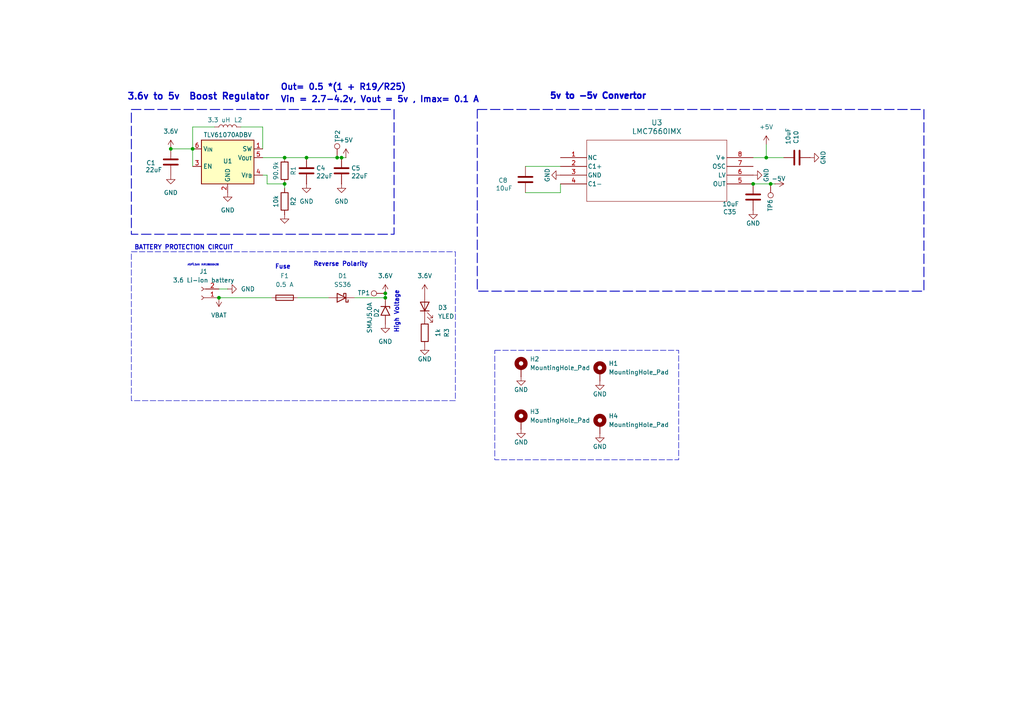
<source format=kicad_sch>
(kicad_sch (version 20231120) (generator "eeschema") (generator_version "8.0")
  (paper "A4")
  (lib_symbols
    (symbol "Connector:Conn_01x02_Socket" (pin_names (offset 1.016) hide)
      (property "Reference" "J" (at 0 2.54 0))
      (property "Value" "Conn_01x02_Socket" (at 0 -5.08 0))
      (symbol "Conn_01x02_Socket_1_1"
        (arc (start 0 -2.032) (mid -0.5058 -2.54) (end 0 -3.048) (stroke (width 0.1524)))
        (polyline (pts (xy -1.27 -2.54) (xy -0.508 -2.54)) (stroke (width 0.1524)))
        (polyline (pts (xy -1.27 0) (xy -0.508 0)) (stroke (width 0.1524)))
        (arc (start 0 0.508) (mid -0.5058 0) (end 0 -0.508) (stroke (width 0.1524)))
        (pin passive line (at -5.08 0 0) (length 3.81) (name "Pin_1") (number "1"))
        (pin passive line (at -5.08 -2.54 0) (length 3.81) (name "Pin_2") (number "2"))
      )
    )
    (symbol "Connector:TestPoint" (pin_numbers hide) (pin_names (offset 0.762) hide)
      (property "Reference" "TP" (at 0 6.858 0))
      (property "Value" "TestPoint" (at 0 5.08 0))
      (symbol "TestPoint_0_1"
        (circle (center 0 3.302) (radius 0.762))
      )
      (symbol "TestPoint_1_1"
        (pin passive line (at 0 0 90) (length 2.54) (name "1") (number "1"))
      )
    )
    (symbol "Device:C" (pin_numbers hide) (pin_names (offset 0.254))
      (property "Reference" "C" (at 0.635 2.54 0))
      (property "Value" "C" (at 0.635 -2.54 0))
      (symbol "C_0_1"
        (polyline (pts (xy -2.032 -0.762) (xy 2.032 -0.762)) (stroke (width 0.508)))
        (polyline (pts (xy -2.032 0.762) (xy 2.032 0.762)) (stroke (width 0.508)))
      )
      (symbol "C_1_1"
        (pin passive line (at 0 3.81 270) (length 2.794) (name "~") (number "1"))
        (pin passive line (at 0 -3.81 90) (length 2.794) (name "~") (number "2"))
      )
    )
    (symbol "Device:Fuse" (pin_numbers hide) (pin_names (offset 0))
      (property "Reference" "F" (at 2.032 0 90))
      (property "Value" "Fuse" (at -1.905 0 90))
      (symbol "Fuse_0_1"
        (rectangle (start -0.762 -2.54) (end 0.762 2.54) (stroke (width 0.254)))
        (polyline (pts (xy 0 2.54) (xy 0 -2.54)))
      )
      (symbol "Fuse_1_1"
        (pin passive line (at 0 3.81 270) (length 1.27) (name "~") (number "1"))
        (pin passive line (at 0 -3.81 90) (length 1.27) (name "~") (number "2"))
      )
    )
    (symbol "Device:L" (pin_numbers hide) (pin_names (offset 1.016) hide)
      (property "Reference" "L" (at -1.27 0 90))
      (property "Value" "L" (at 1.905 0 90))
      (symbol "L_0_1"
        (arc (start 0 -2.54) (mid 0.6323 -1.905) (end 0 -1.27))
        (arc (start 0 -1.27) (mid 0.6323 -0.635) (end 0 0))
        (arc (start 0 0) (mid 0.6323 0.635) (end 0 1.27))
        (arc (start 0 1.27) (mid 0.6323 1.905) (end 0 2.54))
      )
      (symbol "L_1_1"
        (pin passive line (at 0 3.81 270) (length 1.27) (name "1") (number "1"))
        (pin passive line (at 0 -3.81 90) (length 1.27) (name "2") (number "2"))
      )
    )
    (symbol "Device:LED" (pin_numbers hide) (pin_names (offset 1.016) hide)
      (property "Reference" "D" (at 0 2.54 0))
      (property "Value" "LED" (at 0 -2.54 0))
      (symbol "LED_0_1"
        (polyline (pts (xy -1.27 -1.27) (xy -1.27 1.27)) (stroke (width 0.254)))
        (polyline (pts (xy -1.27 0) (xy 1.27 0)))
        (polyline (pts (xy 1.27 -1.27) (xy 1.27 1.27) (xy -1.27 0) (xy 1.27 -1.27)) (stroke (width 0.254)))
        (polyline (pts (xy -3.048 -0.762) (xy -4.572 -2.286) (xy -3.81 -2.286) (xy -4.572 -2.286) (xy -4.572 -1.524)))
        (polyline (pts (xy -1.778 -0.762) (xy -3.302 -2.286) (xy -2.54 -2.286) (xy -3.302 -2.286) (xy -3.302 -1.524)))
      )
      (symbol "LED_1_1"
        (pin passive line (at -3.81 0 0) (length 2.54) (name "K") (number "1"))
        (pin passive line (at 3.81 0 180) (length 2.54) (name "A") (number "2"))
      )
    )
    (symbol "Device:R" (pin_numbers hide) (pin_names (offset 0))
      (property "Reference" "R" (at 2.032 0 90))
      (property "Value" "R" (at 0 0 90))
      (symbol "R_0_1"
        (rectangle (start -1.016 -2.54) (end 1.016 2.54) (stroke (width 0.254)))
      )
      (symbol "R_1_1"
        (pin passive line (at 0 3.81 270) (length 1.27) (name "~") (number "1"))
        (pin passive line (at 0 -3.81 90) (length 1.27) (name "~") (number "2"))
      )
    )
    (symbol "Diode:SMAJ5.0A" (pin_numbers hide) (pin_names (offset 1.016) hide)
      (property "Reference" "D" (at 0 2.54 0))
      (property "Value" "SMAJ5.0A" (at 0 -2.54 0))
      (symbol "SMAJ5.0A_0_1"
        (polyline (pts (xy -0.762 1.27) (xy -1.27 1.27) (xy -1.27 -1.27)) (stroke (width 0.254)))
        (polyline (pts (xy 1.27 1.27) (xy 1.27 -1.27) (xy -1.27 0) (xy 1.27 1.27)) (stroke (width 0.254)))
      )
      (symbol "SMAJ5.0A_1_1"
        (pin passive line (at -3.81 0 0) (length 2.54) (name "A1") (number "1"))
        (pin passive line (at 3.81 0 180) (length 2.54) (name "A2") (number "2"))
      )
    )
    (symbol "Diode:SS36" (pin_numbers hide) (pin_names (offset 1.016) hide)
      (property "Reference" "D" (at 0 2.54 0))
      (property "Value" "SS36" (at 0 -2.54 0))
      (symbol "SS36_0_1"
        (polyline (pts (xy 1.27 0) (xy -1.27 0)))
        (polyline (pts (xy 1.27 1.27) (xy 1.27 -1.27) (xy -1.27 0) (xy 1.27 1.27)) (stroke (width 0.254)))
        (polyline (pts (xy -1.905 0.635) (xy -1.905 1.27) (xy -1.27 1.27) (xy -1.27 -1.27) (xy -0.635 -1.27) (xy -0.635 -0.635)) (stroke (width 0.254)))
      )
      (symbol "SS36_1_1"
        (pin passive line (at -3.81 0 0) (length 2.54) (name "K") (number "1"))
        (pin passive line (at 3.81 0 180) (length 2.54) (name "A") (number "2"))
      )
    )
    (symbol "LMC7660IMX:LMC7660IMX" (pin_names (offset 0.254))
      (property "Reference" "U" (at 27.94 10.16 0))
      (property "Value" "LMC7660IMX" (at 27.94 7.62 0))
      (symbol "LMC7660IMX_0_1"
        (polyline (pts (xy 7.62 -12.7) (xy 48.26 -12.7)) (stroke (width 0.127)))
        (polyline (pts (xy 7.62 5.08) (xy 7.62 -12.7)) (stroke (width 0.127)))
        (polyline (pts (xy 48.26 -12.7) (xy 48.26 5.08)) (stroke (width 0.127)))
        (polyline (pts (xy 48.26 5.08) (xy 7.62 5.08)) (stroke (width 0.127)))
        (pin passive line (at 0 0 0) (length 7.62) (name "NC") (number "1"))
        (pin input line (at 0 -2.54 0) (length 7.62) (name "C1+") (number "2"))
        (pin power_in line (at 0 -5.08 0) (length 7.62) (name "GND") (number "3"))
        (pin input line (at 0 -7.62 0) (length 7.62) (name "C1-") (number "4"))
        (pin power_in line (at 55.88 -7.62 180) (length 7.62) (name "OUT") (number "5"))
        (pin input line (at 55.88 -5.08 180) (length 7.62) (name "LV") (number "6"))
        (pin input line (at 55.88 -2.54 180) (length 7.62) (name "OSC") (number "7"))
        (pin power_in line (at 55.88 0 180) (length 7.62) (name "V+") (number "8"))
      )
    )
    (symbol "Mechanical:MountingHole_Pad" (pin_numbers hide) (pin_names (offset 1.016) hide) (exclude_from_sim yes) (in_bom no)
      (property "Reference" "H" (at 0 6.35 0))
      (property "Value" "MountingHole_Pad" (at 0 4.445 0))
      (symbol "MountingHole_Pad_0_1"
        (circle (center 0 1.27) (radius 1.27) (stroke (width 1.27)))
      )
      (symbol "MountingHole_Pad_1_1"
        (pin input line (at 0 -2.54 90) (length 2.54) (name "1") (number "1"))
      )
    )
    (symbol "Regulator_Switching:TLV61070ADBV"
      (property "Reference" "U" (at -7.62 8.89 0))
      (property "Value" "TLV61070ADBV" (at 0 8.89 0))
      (symbol "TLV61070ADBV_0_1"
        (rectangle (start -7.62 7.62) (end 7.62 -5.08) (stroke (width 0.254)) (fill (type background)))
      )
      (symbol "TLV61070ADBV_1_1"
        (pin input line (at 10.16 5.08 180) (length 2.54) (name "SW") (number "1"))
        (pin power_in line (at 0 -7.62 90) (length 2.54) (name "GND") (number "2"))
        (pin input line (at -10.16 0 0) (length 2.54) (name "EN") (number "3"))
        (pin input line (at 10.16 -2.54 180) (length 2.54) (name "V_{FB}") (number "4"))
        (pin power_out line (at 10.16 2.54 180) (length 2.54) (name "V_{OUT}") (number "5"))
        (pin power_in line (at -10.16 5.08 0) (length 2.54) (name "V_{IN}") (number "6"))
      )
    )
    (symbol "power:+12V" (power) (pin_numbers hide) (pin_names (offset 0) hide)
      (property "Value" "+12V" (at 0 3.556 0))
      (symbol "+12V_0_1"
        (polyline (pts (xy -0.762 1.27) (xy 0 2.54)))
        (polyline (pts (xy 0 0) (xy 0 2.54)))
        (polyline (pts (xy 0 2.54) (xy 0.762 1.27)))
      )
      (symbol "+12V_1_1"
        (pin power_in line (at 0 0 90) (length 0) (name "~") (number "1"))
      )
    )
    (symbol "power:+5V" (power) (pin_numbers hide) (pin_names (offset 0) hide)
      (property "Value" "+5V" (at 0 3.556 0))
      (symbol "+5V_0_1"
        (polyline (pts (xy -0.762 1.27) (xy 0 2.54)))
        (polyline (pts (xy 0 0) (xy 0 2.54)))
        (polyline (pts (xy 0 2.54) (xy 0.762 1.27)))
      )
      (symbol "+5V_1_1"
        (pin power_in line (at 0 0 90) (length 0) (name "~") (number "1"))
      )
    )
    (symbol "power:GND" (power) (pin_numbers hide) (pin_names (offset 0) hide)
      (property "Value" "GND" (at 0 -3.81 0))
      (symbol "GND_0_1"
        (polyline (pts (xy 0 0) (xy 0 -1.27) (xy 1.27 -1.27) (xy 0 -2.54) (xy -1.27 -1.27) (xy 0 -1.27)))
      )
      (symbol "GND_1_1"
        (pin power_in line (at 0 0 270) (length 0) (name "~") (number "1"))
      )
    )
    (symbol "power:VD" (power) (pin_numbers hide) (pin_names (offset 0) hide)
      (property "Value" "VD" (at 0 3.556 0))
      (symbol "VD_0_1"
        (polyline (pts (xy -0.762 1.27) (xy 0 2.54)))
        (polyline (pts (xy 0 0) (xy 0 2.54)))
        (polyline (pts (xy 0 2.54) (xy 0.762 1.27)))
      )
      (symbol "VD_1_1"
        (pin power_in line (at 0 0 90) (length 0) (name "~") (number "1"))
      )
    )
  )
  (junction (at 223.52 53.34))
  (junction (at 222.25 45.72))
  (junction (at 82.55 53.34))
  (junction (at 82.55 45.72))
  (junction (at 99.06 45.72))
  (junction (at 88.9 45.72))
  (junction (at 55.88 43.18))
  (junction (at 49.53 43.18))
  (junction (at 63.5 86.36))
  (junction (at 111.76 86.36))
  (junction (at 111.76 85.09))
  (junction (at 218.44 53.34))
  (junction (at 97.79 45.72))
  (wire (pts (xy 218.44 53.34) (xy 223.52 53.34)))
  (wire (pts (xy 222.25 45.72) (xy 227.33 45.72)))
  (wire (pts (xy 62.23 36.83) (xy 55.88 36.83)))
  (wire (pts (xy 111.76 85.09) (xy 111.76 86.36)))
  (wire (pts (xy 95.25 86.36) (xy 86.36 86.36)))
  (wire (pts (xy 77.47 50.8) (xy 76.2 50.8)))
  (wire (pts (xy 97.79 45.72) (xy 99.06 45.72)))
  (wire (pts (xy 100.33 45.72) (xy 99.06 45.72)))
  (wire (pts (xy 82.55 53.34) (xy 77.47 53.34)))
  (wire (pts (xy 77.47 53.34) (xy 77.47 50.8)))
  (wire (pts (xy 222.25 45.72) (xy 218.44 45.72)))
  (wire (pts (xy 102.87 86.36) (xy 111.76 86.36)))
  (wire (pts (xy 82.55 45.72) (xy 88.9 45.72)))
  (wire (pts (xy 76.2 45.72) (xy 82.55 45.72)))
  (wire (pts (xy 55.88 43.18) (xy 55.88 48.26)))
  (wire (pts (xy 76.2 36.83) (xy 69.85 36.83)))
  (wire (pts (xy 222.25 41.91) (xy 222.25 45.72)))
  (wire (pts (xy 88.9 45.72) (xy 97.79 45.72)))
  (wire (pts (xy 152.4 48.26) (xy 162.56 48.26)))
  (wire (pts (xy 82.55 53.34) (xy 82.55 54.61)))
  (wire (pts (xy 76.2 43.18) (xy 76.2 36.83)))
  (wire (pts (xy 55.88 36.83) (xy 55.88 43.18)))
  (wire (pts (xy 162.56 55.88) (xy 162.56 53.34)))
  (wire (pts (xy 152.4 55.88) (xy 162.56 55.88)))
  (wire (pts (xy 223.52 53.34) (xy 224.79 53.34)))
  (wire (pts (xy 63.5 86.36) (xy 78.74 86.36)))
  (wire (pts (xy 49.53 43.18) (xy 55.88 43.18)))
  (wire (pts (xy 63.5 83.82) (xy 66.04 83.82)))
  (rectangle (start 138.43 31.75) (end 267.97 84.455) (stroke (width 0.254) (type dash)))
  (rectangle (start 143.51 101.6) (end 196.85 133.35) (stroke (width 0) (type dash)))
  (rectangle (start 38.1 31.75) (end 114.3 67.945) (stroke (width 0.254) (type dash)))
  (rectangle (start 38.1 73.025) (end 132.08 116.205) (stroke (width 0) (type dash)))
  (text "High Voltage" (at 115.062 90.424 90) (effects (font (size 1.27 1.27) (thickness 0.254) (bold yes))))
  (text "3.6v to 5v  Boost Regulator" (at 36.83 29.21 0) (effects (font (size 1.905 1.905) (bold yes)) (justify left bottom)))
  (text "ASPİLSAN INR18650A28\n" (at 58.928 76.962 0) (effects (font (size 0.508 0.508))))
  (text "BATTERY PROTECTION CIRCUIT\n\n" (at 53.34 72.898 0) (effects (font (size 1.27 1.27) (thickness 0.254) (bold yes))))
  (text "Fuse" (at 82.042 77.47 0) (effects (font (size 1.27 1.27) (thickness 0.254) (bold yes))))
  (text "Reverse Polarity\n" (at 98.806 76.708 0) (effects (font (size 1.27 1.27) (thickness 0.254) (bold yes))))
  (text "Out= 0.5 *(1 + R19/R25)" (at 81.28 26.416 0) (effects (font (size 1.778 1.778) (bold yes)) (justify left bottom)))
  (text "5v to -5v Convertor" (at 173.482 27.94 0) (effects (font (size 1.778 1.778) (thickness 0.508) (bold yes))))
  (text "Vin = 2.7-4.2v, Vout = 5v , Imax= 0.1 A" (at 81.28 29.972 0) (effects (font (size 1.778 1.778) (bold yes)) (justify left bottom)))
  (symbol (lib_id "Connector:TestPoint") (at 223.52 53.34 180) (unit 1)
    (property "Reference" "TP6" (at 223.393 59.563 90))
    (property "Value" "TestPoint" (effects (hide yes)))
    (property "Footprint" "TestPoint:TestPoint_Pad_D1.0mm" (effects (hide yes)))
  )
  (symbol (lib_id "power:GND") (at 66.04 55.88 0) (unit 1)
    (property "Reference" "#PWR07" (effects (hide yes)))
    (property "Value" "GND" (at 66.04 60.96 0))
    (property "Description" "Power symbol creates a global label with name \"GND\" , ground" (effects (hide yes)))
  )
  (symbol (lib_id "Device:R") (at 82.55 49.53 180) (unit 1)
    (property "Reference" "R1" (at 85.09 49.53 90))
    (property "Value" "90.9k" (at 80.01 49.53 90))
    (property "Footprint" "Resistor_SMD:R_0603_1608Metric" (effects (hide yes)))
    (property "Datasheet" "0603SAF5622T5E" (effects (hide yes)))
  )
  (symbol (lib_id "power:GND") (at 49.53 50.8 0) (unit 1)
    (property "Reference" "#PWR02" (effects (hide yes)))
    (property "Value" "GND" (at 49.53 55.88 0))
    (property "Description" "Power symbol creates a global label with name \"GND\" , ground" (effects (hide yes)))
  )
  (symbol (lib_id "LMC7660IMX:LMC7660IMX") (at 162.56 45.72 0) (unit 1)
    (property "Reference" "U3" (at 190.5 35.56 0) (effects (font (size 1.524 1.524))))
    (property "Value" "LMC7660IMX" (at 190.5 38.1 0) (effects (font (size 1.524 1.524))))
    (property "Footprint" "LMC7660LMX:M08A_TEX" (effects (hide yes)))
    (property "Datasheet" "LMC7660IMX" (effects (hide yes)))
  )
  (symbol (lib_id "Device:C") (at 152.4 52.07 0) (unit 1)
    (property "Reference" "C8" (at 144.526 52.324 0) (effects (justify left)))
    (property "Value" "10uF" (at 143.764 54.61 0) (effects (justify left)))
    (property "Footprint" "Capacitor_SMD:C_0805_2012Metric" (effects (hide yes)))
    (property "Datasheet" "https://cdn.ozdisan.com/ETicaret_Dosya/448212_5798276.PDF" (effects (hide yes)))
  )
  (symbol (lib_id "Device:R") (at 82.55 58.42 180) (unit 1)
    (property "Reference" "R2" (at 85.09 58.42 90))
    (property "Value" "10k" (at 80.01 58.42 90))
    (property "Footprint" "Resistor_SMD:R_0603_1608Metric" (effects (hide yes)))
    (property "Datasheet" "0603SAF5622T5E" (effects (hide yes)))
  )
  (symbol (lib_id "Device:C") (at 88.9 49.53 0) (unit 1)
    (property "Reference" "C4" (at 91.694 48.768 0) (effects (justify left)))
    (property "Value" "22uF" (at 91.694 51.054 0) (effects (justify left)))
    (property "Footprint" "Capacitor_SMD:C_0805_2012Metric" (effects (hide yes)))
    (property "Datasheet" "CL21A226KOQNNNE" (effects (hide yes)))
  )
  (symbol (lib_id "power:GND") (at 218.44 60.96 0) (unit 1)
    (property "Reference" "#PWR055" (effects (hide yes)))
    (property "Value" "GND" (at 218.44 64.77 0))
    (property "Description" "Power symbol creates a global label with name \"GND\" , ground" (effects (hide yes)))
  )
  (symbol (lib_id "Device:C") (at 99.06 49.53 0) (unit 1)
    (property "Reference" "C5" (at 101.854 48.768 0) (effects (justify left)))
    (property "Value" "22uF" (at 101.854 51.054 0) (effects (justify left)))
    (property "Footprint" "Capacitor_SMD:C_0805_2012Metric" (effects (hide yes)))
    (property "Datasheet" "CL21A226KOQNNNE" (effects (hide yes)))
  )
  (symbol (lib_id "Device:Fuse") (at 82.55 86.36 90) (unit 1)
    (property "Reference" "F1" (at 82.55 80.01 90))
    (property "Value" "0.5 A" (at 82.55 82.55 90))
    (property "Footprint" "Fuse:Fuse_0603_1608Metric" (effects (hide yes)))
    (property "Datasheet" "SF-0603SP050-2" (effects (hide yes)))
    (property "Description" "Fuse" (effects (hide yes)))
  )
  (symbol (lib_id "power:GND") (at 173.99 125.73 0) (unit 1)
    (property "Reference" "#PWR085" (effects (hide yes)))
    (property "Value" "GND" (at 173.99 129.54 0))
    (property "Description" "Power symbol creates a global label with name \"GND\" , ground" (effects (hide yes)))
  )
  (symbol (lib_id "Connector:Conn_01x02_Socket") (at 58.42 86.36 180) (unit 1)
    (property "Reference" "J1" (at 59.055 78.74 0))
    (property "Value" "3.6 Li-ion battery" (at 59.055 81.28 0))
    (property "Footprint" "Connector_JST:JST_XA_B02B-XASK-1_1x02_P2.50mm_Vertical" (effects (hide yes)))
    (property "Datasheet" "LI18650JP1S1P+PCM+2 WIRES 70MM" (effects (hide yes)))
    (property "Description" "3350 mAh  Charge Voltage   4.2 V Cut-off Voltage   2.5 V" (effects (hide yes)))
  )
  (symbol (lib_id "Mechanical:MountingHole_Pad") (at 173.99 123.19 0) (unit 1) (exclude_from_sim yes) (in_bom no)
    (property "Reference" "H4" (at 176.53 120.6499 0) (effects (justify left)))
    (property "Value" "MountingHole_Pad" (at 176.53 123.1899 0) (effects (justify left)))
    (property "Footprint" "MountingHole:MountingHole_2.2mm_M2_Pad_Via" (effects (hide yes)))
    (property "Description" "Mounting Hole with connection" (effects (hide yes)))
  )
  (symbol (lib_id "Connector:TestPoint") (at 111.76 85.09 90) (unit 1)
    (property "Reference" "TP1" (at 105.537 84.963 90))
    (property "Value" "TestPoint" (effects (hide yes)))
    (property "Footprint" "TestPoint:TestPoint_Pad_D1.0mm" (effects (hide yes)))
  )
  (symbol (lib_id "power:+12V") (at 49.53 43.18 0) (unit 1)
    (property "Reference" "#PWR01" (effects (hide yes)))
    (property "Value" "3.6V" (at 49.53 38.1 0))
    (property "Description" "Power symbol creates a global label with name \"+12V\"" (effects (hide yes)))
  )
  (symbol (lib_id "Mechanical:MountingHole_Pad") (at 151.13 121.92 0) (unit 1) (exclude_from_sim yes) (in_bom no)
    (property "Reference" "H3" (at 153.67 119.3799 0) (effects (justify left)))
    (property "Value" "MountingHole_Pad" (at 153.67 121.9199 0) (effects (justify left)))
    (property "Footprint" "MountingHole:MountingHole_2.2mm_M2_Pad_Via" (effects (hide yes)))
    (property "Description" "Mounting Hole with connection" (effects (hide yes)))
  )
  (symbol (lib_id "Device:LED") (at 123.19 88.9 90) (unit 1)
    (property "Reference" "D3" (at 127 89.2174 90) (effects (justify right)))
    (property "Value" "YLED" (at 127 91.7574 90) (effects (justify right)))
    (property "Footprint" "LED_SMD:LED_0603_1608Metric" (effects (hide yes)))
    (property "Datasheet" "27-21/GHC-YR2T1/3C" (effects (hide yes)))
    (property "Description" "Light emitting diode" (effects (hide yes)))
  )
  (symbol (lib_id "Diode:SMAJ5.0A") (at 111.76 90.17 270) (unit 1)
    (property "Reference" "D2" (at 109.22 89.408 0) (effects (justify left)))
    (property "Value" "SMAJ5.0A" (at 107.188 87.63 0) (effects (justify left)))
    (property "Footprint" "Diode_SMD:D_SMA" (effects (hide yes)))
    (property "Datasheet" "https://www.littelfuse.com/media?resourcetype=datasheets&itemid=75e32973-b177-4ee3-a0ff-cedaf1abdb93&filename=smaj-datasheet" (effects (hide yes)))
    (property "Description" "400W unidirectional Transient Voltage Suppressor, 5.0Vr, SMA(DO-214AC)" (effects (hide yes)))
  )
  (symbol (lib_id "Device:R") (at 123.19 96.52 0) (unit 1)
    (property "Reference" "R3" (at 129.54 96.52 90))
    (property "Value" "1k" (at 127 96.52 90))
    (property "Footprint" "Resistor_SMD:R_0603_1608Metric" (effects (hide yes)))
    (property "Datasheet" "0603SAJ0102TDE" (effects (hide yes)))
    (property "Description" "Resistor" (effects (hide yes)))
  )
  (symbol (lib_id "Device:C") (at 231.14 45.72 270) (unit 1)
    (property "Reference" "C10" (at 230.886 37.846 0) (effects (justify left)))
    (property "Value" "10uF" (at 228.6 37.084 0) (effects (justify left)))
    (property "Footprint" "Capacitor_SMD:C_0805_2012Metric" (effects (hide yes)))
    (property "Datasheet" "https://cdn.ozdisan.com/ETicaret_Dosya/448212_5798276.PDF" (effects (hide yes)))
  )
  (symbol (lib_id "Mechanical:MountingHole_Pad") (at 173.99 107.95 0) (unit 1) (exclude_from_sim yes) (in_bom no)
    (property "Reference" "H1" (at 176.53 105.4099 0) (effects (justify left)))
    (property "Value" "MountingHole_Pad" (at 176.53 107.9499 0) (effects (justify left)))
    (property "Footprint" "MountingHole:MountingHole_2.2mm_M2_Pad_Via" (effects (hide yes)))
    (property "Description" "Mounting Hole with connection" (effects (hide yes)))
  )
  (symbol (lib_id "Connector:TestPoint") (at 97.79 45.72 0) (unit 1)
    (property "Reference" "TP2" (at 97.917 39.497 90))
    (property "Value" "TestPoint" (effects (hide yes)))
    (property "Footprint" "TestPoint:TestPoint_Pad_D1.0mm" (effects (hide yes)))
  )
  (symbol (lib_id "Mechanical:MountingHole_Pad") (at 151.13 106.68 0) (unit 1) (exclude_from_sim yes) (in_bom no)
    (property "Reference" "H2" (at 153.67 104.1399 0) (effects (justify left)))
    (property "Value" "MountingHole_Pad" (at 153.67 106.6799 0) (effects (justify left)))
    (property "Footprint" "MountingHole:MountingHole_2.2mm_M2_Pad_Via" (effects (hide yes)))
    (property "Description" "Mounting Hole with connection" (effects (hide yes)))
  )
  (symbol (lib_id "power:+12V") (at 100.33 45.72 0) (unit 1)
    (property "Reference" "#PWR011" (effects (hide yes)))
    (property "Value" "+5V" (at 100.33 40.64 0))
    (property "Description" "Power symbol creates a global label with name \"+12V\"" (effects (hide yes)))
  )
  (symbol (lib_id "power:VD") (at 63.5 86.36 180) (unit 1)
    (property "Reference" "#PWR012" (effects (hide yes)))
    (property "Value" "VBAT" (at 63.5 91.44 0))
    (property "Description" "Power symbol creates a global label with name \"VD\"" (effects (hide yes)))
  )
  (symbol (lib_id "power:+12V") (at 222.25 41.91 0) (unit 1)
    (property "Reference" "#PWR053" (effects (hide yes)))
    (property "Value" "+5V" (at 222.25 36.83 0))
    (property "Description" "Power symbol creates a global label with name \"+12V\"" (effects (hide yes)))
  )
  (symbol (lib_id "power:GND") (at 66.04 83.82 90) (unit 1)
    (property "Reference" "#PWR013" (effects (hide yes)))
    (property "Value" "GND" (at 69.85 83.8199 90) (effects (justify right)))
    (property "Description" "Power symbol creates a global label with name \"GND\" , ground" (effects (hide yes)))
  )
  (symbol (lib_id "power:GND") (at 234.95 45.72 90) (unit 1)
    (property "Reference" "#PWR020" (effects (hide yes)))
    (property "Value" "GND" (at 238.76 45.72 0))
    (property "Description" "Power symbol creates a global label with name \"GND\" , ground" (effects (hide yes)))
  )
  (symbol (lib_id "power:GND") (at 162.56 50.8 270) (unit 1)
    (property "Reference" "#PWR052" (effects (hide yes)))
    (property "Value" "GND" (at 158.75 50.8 0))
    (property "Description" "Power symbol creates a global label with name \"GND\" , ground" (effects (hide yes)))
  )
  (symbol (lib_id "power:+12V") (at 111.76 85.09 0) (unit 1)
    (property "Reference" "#PWR03" (effects (hide yes)))
    (property "Value" "3.6V" (at 111.76 80.01 0))
    (property "Description" "Power symbol creates a global label with name \"+12V\"" (effects (hide yes)))
  )
  (symbol (lib_id "power:GND") (at 82.55 62.23 0) (unit 1)
    (property "Reference" "#PWR08" (effects (hide yes)))
    (property "Value" "GND" (effects (hide yes)))
    (property "Description" "Power symbol creates a global label with name \"GND\" , ground" (effects (hide yes)))
  )
  (symbol (lib_id "Device:C") (at 218.44 57.15 180) (unit 1)
    (property "Reference" "C35" (at 213.614 61.468 0) (effects (justify left)))
    (property "Value" "10uF" (at 214.376 59.182 0) (effects (justify left)))
    (property "Footprint" "Capacitor_SMD:C_0805_2012Metric" (effects (hide yes)))
    (property "Datasheet" "https://cdn.ozdisan.com/ETicaret_Dosya/448212_5798276.PDF" (effects (hide yes)))
  )
  (symbol (lib_id "power:+12V") (at 123.19 85.09 0) (unit 1)
    (property "Reference" "#PWR04" (effects (hide yes)))
    (property "Value" "3.6V" (at 123.19 80.01 0))
    (property "Description" "Power symbol creates a global label with name \"+12V\"" (effects (hide yes)))
  )
  (symbol (lib_id "power:GND") (at 218.44 50.8 90) (unit 1)
    (property "Reference" "#PWR021" (effects (hide yes)))
    (property "Value" "GND" (at 222.25 50.8 0))
    (property "Description" "Power symbol creates a global label with name \"GND\" , ground" (effects (hide yes)))
  )
  (symbol (lib_id "power:+5V") (at 224.79 53.34 270) (unit 1)
    (property "Reference" "#PWR056" (effects (hide yes)))
    (property "Value" "-5V" (at 223.774 51.816 90) (effects (justify left)))
    (property "Description" "Power symbol creates a global label with name \"+5V\"" (effects (hide yes)))
  )
  (symbol (lib_id "power:GND") (at 151.13 109.22 0) (unit 1)
    (property "Reference" "#PWR070" (effects (hide yes)))
    (property "Value" "GND" (at 151.13 113.03 0))
    (property "Description" "Power symbol creates a global label with name \"GND\" , ground" (effects (hide yes)))
  )
  (symbol (lib_id "power:GND") (at 88.9 53.34 0) (unit 1)
    (property "Reference" "#PWR09" (effects (hide yes)))
    (property "Value" "GND" (at 88.9 58.42 0))
    (property "Description" "Power symbol creates a global label with name \"GND\" , ground" (effects (hide yes)))
  )
  (symbol (lib_id "Regulator_Switching:TLV61070ADBV") (at 66.04 48.26 0) (unit 1)
    (property "Reference" "U1" (at 66.04 46.736 0))
    (property "Value" "TLV61070ADBV" (at 66.04 39.116 0))
    (property "Footprint" "Package_TO_SOT_SMD:SOT-23-6" (effects (hide yes)))
    (property "Datasheet" "https://www.ti.com/lit/ds/symlink/tlv61070a.pdf" (effects (hide yes)))
    (property "Description" "Boost Converter, 2.5A switch current limit, 2.2-5.5V Output Voltage, 0.5-5.5V Input Voltage, SOT-23-6" (effects (hide yes)))
  )
  (symbol (lib_id "power:GND") (at 123.19 100.33 0) (unit 1)
    (property "Reference" "#PWR017" (effects (hide yes)))
    (property "Value" "GND" (at 123.19 104.14 0))
    (property "Description" "Power symbol creates a global label with name \"GND\" , ground" (effects (hide yes)))
  )
  (symbol (lib_id "power:GND") (at 151.13 124.46 0) (unit 1)
    (property "Reference" "#PWR084" (effects (hide yes)))
    (property "Value" "GND" (at 151.13 128.27 0))
    (property "Description" "Power symbol creates a global label with name \"GND\" , ground" (effects (hide yes)))
  )
  (symbol (lib_id "power:GND") (at 111.76 93.98 0) (unit 1)
    (property "Reference" "#PWR015" (effects (hide yes)))
    (property "Value" "GND" (at 111.76 99.06 0))
    (property "Description" "Power symbol creates a global label with name \"GND\" , ground" (effects (hide yes)))
  )
  (symbol (lib_id "Diode:SS36") (at 99.06 86.36 180) (unit 1)
    (property "Reference" "D1" (at 99.3775 80.01 0))
    (property "Value" "SS36" (at 99.3775 82.55 0))
    (property "Footprint" "Diode_SMD:D_SMA" (effects (hide yes)))
    (property "Datasheet" "https://www.vishay.com/docs/88751/ss32.pdf" (effects (hide yes)))
    (property "Description" "60V 3A Schottky Diode, SMA" (effects (hide yes)))
  )
  (symbol (lib_id "Device:L") (at 66.04 36.83 90) (unit 1)
    (property "Reference" "L2" (at 69.088 34.798 90))
    (property "Value" "3.3 uH" (at 63.5 34.798 90))
    (property "Footprint" "Inductor_SMD:L_Abracon_ASPI-4030S" (effects (hide yes)))
    (property "Datasheet" "FPI0302-3R3M" (effects (hide yes)))
  )
  (symbol (lib_id "power:GND") (at 99.06 53.34 0) (unit 1)
    (property "Reference" "#PWR010" (effects (hide yes)))
    (property "Value" "GND" (at 99.06 58.42 0))
    (property "Description" "Power symbol creates a global label with name \"GND\" , ground" (effects (hide yes)))
  )
  (symbol (lib_id "Device:C") (at 49.53 46.99 0) (unit 1)
    (property "Reference" "C1" (at 42.418 47.244 0) (effects (justify left)))
    (property "Value" "22uF" (at 42.164 49.276 0) (effects (justify left)))
    (property "Footprint" "Capacitor_SMD:C_0805_2012Metric" (effects (hide yes)))
    (property "Datasheet" "CL21A226KOQNNNE" (effects (hide yes)))
  )
  (symbol (lib_id "power:GND") (at 173.99 110.49 0) (unit 1)
    (property "Reference" "#PWR069" (effects (hide yes)))
    (property "Value" "GND" (at 173.99 114.3 0))
    (property "Description" "Power symbol creates a global label with name \"GND\" , ground" (effects (hide yes)))
  )
)
</source>
